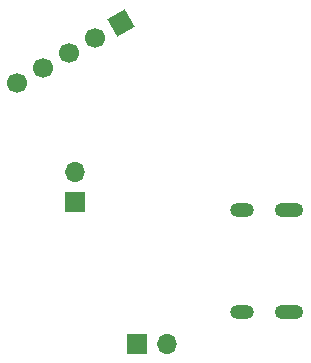
<source format=gbs>
G04 #@! TF.GenerationSoftware,KiCad,Pcbnew,8.0.6*
G04 #@! TF.CreationDate,2025-05-06T14:40:44+02:00*
G04 #@! TF.ProjectId,capacitance,63617061-6369-4746-916e-63652e6b6963,rev?*
G04 #@! TF.SameCoordinates,Original*
G04 #@! TF.FileFunction,Soldermask,Bot*
G04 #@! TF.FilePolarity,Negative*
%FSLAX46Y46*%
G04 Gerber Fmt 4.6, Leading zero omitted, Abs format (unit mm)*
G04 Created by KiCad (PCBNEW 8.0.6) date 2025-05-06 14:40:44*
%MOMM*%
%LPD*%
G01*
G04 APERTURE LIST*
G04 Aperture macros list*
%AMHorizOval*
0 Thick line with rounded ends*
0 $1 width*
0 $2 $3 position (X,Y) of the first rounded end (center of the circle)*
0 $4 $5 position (X,Y) of the second rounded end (center of the circle)*
0 Add line between two ends*
20,1,$1,$2,$3,$4,$5,0*
0 Add two circle primitives to create the rounded ends*
1,1,$1,$2,$3*
1,1,$1,$4,$5*%
%AMRotRect*
0 Rectangle, with rotation*
0 The origin of the aperture is its center*
0 $1 length*
0 $2 width*
0 $3 Rotation angle, in degrees counterclockwise*
0 Add horizontal line*
21,1,$1,$2,0,0,$3*%
G04 Aperture macros list end*
%ADD10R,1.700000X1.700000*%
%ADD11O,1.700000X1.700000*%
%ADD12RotRect,1.700000X1.700000X300.000000*%
%ADD13HorizOval,1.700000X0.000000X0.000000X0.000000X0.000000X0*%
%ADD14O,2.004000X1.204000*%
%ADD15O,2.404000X1.204000*%
G04 APERTURE END LIST*
D10*
X156892499Y-111959990D03*
D11*
X159432497Y-111959976D03*
D12*
X155609114Y-84730000D03*
D13*
X153409409Y-86000000D03*
X151209705Y-87270000D03*
X149010000Y-88540000D03*
X146810296Y-89810000D03*
D10*
X151650022Y-99929998D03*
D11*
X151650000Y-97390000D03*
D14*
X165840000Y-109240000D03*
D15*
X169840000Y-109240000D03*
D14*
X165840000Y-100600000D03*
D15*
X169840000Y-100600000D03*
M02*

</source>
